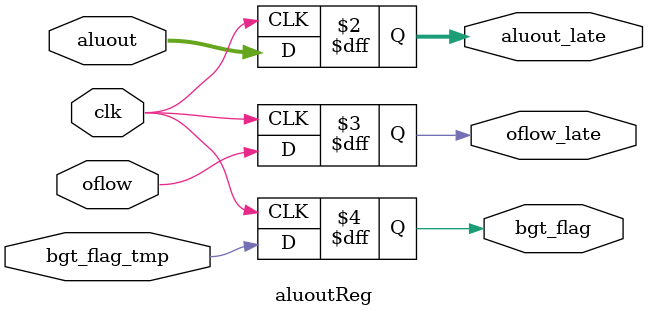
<source format=v>
module aluoutReg(clk, aluout, aluout_late, oflow, oflow_late,bgt_flag_tmp,bgt_flag);
  input clk;
  input [31:0] aluout;
  input oflow;
  input bgt_flag_tmp;
  output reg [31:0] aluout_late;
  output reg oflow_late;
  output reg bgt_flag;
  
  always@(posedge clk)
  begin
    aluout_late <= aluout;
    oflow_late <= oflow;
    bgt_flag <= bgt_flag_tmp;
  end
  
endmodule
</source>
